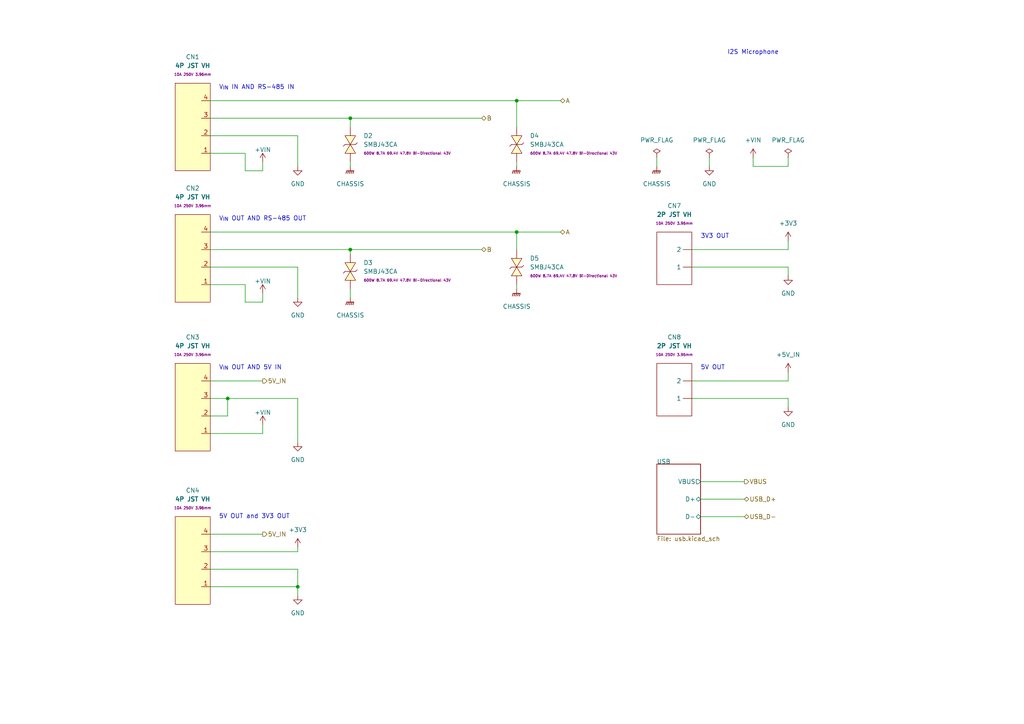
<source format=kicad_sch>
(kicad_sch (version 20231120) (generator "eeschema") (generator_version "8.0")
  (paper "A4")
  (lib_symbols
    (symbol "LiveAstra:D_TVS_BIDI_600W" (pin_numbers hide) (pin_names hide)
      (property "Reference" "D" (at 0 8.89 0))
      (property "Value" "SMBJ43CA" (at 0 6.35 0))
      (property "Extra Values" "600W 8.7A 69.4V 47.8V Bi-Directional 43V" (at 0 3.81 0))
      (symbol "D_TVS_BIDI_600W_0_1"
        (polyline (pts (xy 0 -1.52) (xy 0 1.52)))
        (polyline (pts (xy 0 -1.52) (xy 0.51 -2.03) (xy 0 -1.52)) (fill (type background)))
        (polyline (pts (xy 0 1.52) (xy -0.51 2.03) (xy 0 1.52)) (fill (type background)))
        (polyline (pts (xy -2.54 1.52) (xy 0 0) (xy -2.54 -1.52) (xy -2.54 1.52)) (fill (type background)))
        (polyline (pts (xy 2.54 1.52) (xy 0 0) (xy 2.54 -1.52) (xy 2.54 1.52)) (fill (type background)))
      )
      (symbol "D_TVS_BIDI_600W_1_1"
        (pin passive line (at -5.08 0 0) (length 2.54) (name "1") (number "1"))
        (pin passive line (at 5.08 0 180) (length 2.54) (name "2") (number "2"))
      )
    )
    (symbol "LiveAstra:JST_VH_2PIN_10A_250V" (pin_numbers hide)
      (property "Reference" "CN" (at 0 13.97 0))
      (property "Value" "2P JST VH" (at 0 11.43 0))
      (property "Extra Values" "10A 250V 3.96mm" (at 0 8.89 0))
      (symbol "JST_VH_2PIN_10A_250V_1_1"
        (rectangle (start -5.08 7.62) (end 5.08 -7.62))
        (pin passive line (at -5.08 2.54 0) (length 2.54) (name "1") (number "1"))
        (pin passive line (at -5.08 -2.54 0) (length 2.54) (name "2") (number "2"))
      )
    )
    (symbol "LiveAstra:JST_VH_4PIN_10A_250V" (pin_names hide)
      (property "Reference" "CN" (at 0 19.05 0))
      (property "Value" "4P JST VH" (at 0 16.51 0))
      (property "Extra Values" "10A 250V 3.96mm" (at 0 13.97 0))
      (symbol "JST_VH_4PIN_10A_250V_0_1"
        (rectangle (start -5.08 12.7) (end 5.08 -12.7) (fill (type background)))
      )
      (symbol "JST_VH_4PIN_10A_250V_1_1"
        (pin passive line (at -5.08 7.62 0) (length 2.54) (name "1") (number "1"))
        (pin passive line (at -5.08 2.54 0) (length 2.54) (name "2") (number "2"))
        (pin passive line (at -5.08 -2.54 0) (length 2.54) (name "3") (number "3"))
        (pin passive line (at -5.08 -7.62 0) (length 2.54) (name "4") (number "4"))
      )
    )
    (symbol "power:+3V3" (power) (pin_numbers hide) (pin_names (offset 0) hide)
      (property "Value" "+3V3" (at 0 3.556 0))
      (symbol "+3V3_0_1"
        (polyline (pts (xy -0.762 1.27) (xy 0 2.54)))
        (polyline (pts (xy 0 0) (xy 0 2.54)))
        (polyline (pts (xy 0 2.54) (xy 0.762 1.27)))
      )
      (symbol "+3V3_1_1"
        (pin power_in line (at 0 0 90) (length 0) (name "~") (number "1"))
      )
    )
    (symbol "power:+5V_IN" (power) (pin_numbers hide) (pin_names (offset 0) hide)
      (property "Value" "+5V_IN" (at 0 3.556 0))
      (symbol "+5V_IN_0_1"
        (polyline (pts (xy -0.762 1.27) (xy 0 2.54)))
        (polyline (pts (xy 0 0) (xy 0 2.54)))
        (polyline (pts (xy 0 2.54) (xy 0.762 1.27)))
      )
      (symbol "+5V_IN_1_1"
        (pin power_in line (at 0 0 90) (length 0) (name "~") (number "1"))
      )
    )
    (symbol "power:+VIN" (power) (pin_numbers hide) (pin_names (offset 0) hide)
      (property "Value" "+VIN" (at 0 3.556 0))
      (symbol "+VIN_0_1"
        (polyline (pts (xy -0.762 1.27) (xy 0 2.54)))
        (polyline (pts (xy 0 0) (xy 0 2.54)))
        (polyline (pts (xy 0 2.54) (xy 0.762 1.27)))
      )
      (symbol "+VIN_1_1"
        (pin power_in line (at 0 0 90) (length 0) (name "~") (number "1"))
      )
    )
    (symbol "power:CHASSIS" (power) (pin_numbers hide) (pin_names (offset 0) hide)
      (property "Value" "CHASSIS" (at 0 -3.302 0))
      (symbol "CHASSIS_0_1"
        (polyline (pts (xy 0 -1.27) (xy 0 0)))
        (polyline (pts (xy -1.016 -1.27) (xy -1.27 -2.032) (xy -1.27 -2.032)) (stroke (width 0.2032)))
        (polyline (pts (xy -0.508 -1.27) (xy -0.762 -2.032) (xy -0.762 -2.032)) (stroke (width 0.2032)))
        (polyline (pts (xy 0 -1.27) (xy -0.254 -2.032) (xy -0.254 -2.032)) (stroke (width 0.2032)))
        (polyline (pts (xy 0.508 -1.27) (xy 0.254 -2.032) (xy 0.254 -2.032)) (stroke (width 0.2032)))
        (polyline (pts (xy 1.016 -1.27) (xy -1.016 -1.27) (xy -1.016 -1.27)) (stroke (width 0.2032)))
        (polyline (pts (xy 1.016 -1.27) (xy 0.762 -2.032) (xy 0.762 -2.032) (xy 0.762 -2.032)) (stroke (width 0.2032)))
      )
      (symbol "CHASSIS_1_1"
        (pin power_in line (at 0 0 270) (length 0) (name "~") (number "1"))
      )
    )
    (symbol "power:GND" (power) (pin_numbers hide) (pin_names (offset 0) hide)
      (property "Value" "GND" (at 0 -3.81 0))
      (symbol "GND_0_1"
        (polyline (pts (xy 0 0) (xy 0 -1.27) (xy 1.27 -1.27) (xy 0 -2.54) (xy -1.27 -1.27) (xy 0 -1.27)))
      )
      (symbol "GND_1_1"
        (pin power_in line (at 0 0 270) (length 0) (name "~") (number "1"))
      )
    )
    (symbol "power:PWR_FLAG" (power) (pin_numbers hide) (pin_names (offset 0) hide)
      (property "Value" "PWR_FLAG" (at 0 3.81 0))
      (symbol "PWR_FLAG_0_0"
        (pin power_out line (at 0 0 90) (length 0) (name "~") (number "1"))
      )
      (symbol "PWR_FLAG_0_1"
        (polyline (pts (xy 0 0) (xy 0 1.27) (xy -1.016 1.905) (xy 0 2.54) (xy 1.016 1.905) (xy 0 1.27)))
      )
    )
  )
  (junction (at 149.86 67.31))
  (junction (at 66.04 115.57))
  (junction (at 101.6 34.29))
  (junction (at 101.6 72.39))
  (junction (at 86.36 170.18))
  (junction (at 149.86 29.21))
  (wire (pts (xy 60.96 165.1) (xy 86.36 165.1)))
  (wire (pts (xy 228.6 118.11) (xy 228.6 115.57)))
  (wire (pts (xy 66.04 115.57) (xy 86.36 115.57)))
  (wire (pts (xy 86.36 165.1) (xy 86.36 170.18)))
  (wire (pts (xy 162.56 29.21) (xy 149.86 29.21)))
  (wire (pts (xy 60.96 170.18) (xy 86.36 170.18)))
  (wire (pts (xy 228.6 69.85) (xy 228.6 72.39)))
  (wire (pts (xy 86.36 115.57) (xy 86.36 128.27)))
  (wire (pts (xy 66.04 120.65) (xy 66.04 115.57)))
  (wire (pts (xy 71.12 87.63) (xy 76.2 87.63)))
  (wire (pts (xy 86.36 77.47) (xy 86.36 86.36)))
  (wire (pts (xy 60.96 39.37) (xy 86.36 39.37)))
  (wire (pts (xy 71.12 82.55) (xy 60.96 82.55)))
  (wire (pts (xy 228.6 80.01) (xy 228.6 77.47)))
  (wire (pts (xy 60.96 110.49) (xy 76.2 110.49)))
  (wire (pts (xy 203.2 144.78) (xy 215.9 144.78)))
  (wire (pts (xy 86.36 39.37) (xy 86.36 48.26)))
  (wire (pts (xy 101.6 73.66) (xy 101.6 72.39)))
  (wire (pts (xy 76.2 123.19) (xy 76.2 125.73)))
  (wire (pts (xy 149.86 29.21) (xy 149.86 36.83)))
  (wire (pts (xy 60.96 154.94) (xy 76.2 154.94)))
  (wire (pts (xy 218.44 48.26) (xy 228.6 48.26)))
  (wire (pts (xy 228.6 48.26) (xy 228.6 45.72)))
  (wire (pts (xy 205.74 45.72) (xy 205.74 48.26)))
  (wire (pts (xy 60.96 115.57) (xy 66.04 115.57)))
  (wire (pts (xy 101.6 86.36) (xy 101.6 83.82)))
  (wire (pts (xy 76.2 49.53) (xy 76.2 46.99)))
  (wire (pts (xy 86.36 77.47) (xy 60.96 77.47)))
  (wire (pts (xy 60.96 34.29) (xy 101.6 34.29)))
  (wire (pts (xy 60.96 160.02) (xy 86.36 160.02)))
  (wire (pts (xy 203.2 139.7) (xy 215.9 139.7)))
  (wire (pts (xy 162.56 67.31) (xy 149.86 67.31)))
  (wire (pts (xy 86.36 170.18) (xy 86.36 172.72)))
  (wire (pts (xy 228.6 107.95) (xy 228.6 110.49)))
  (wire (pts (xy 149.86 48.26) (xy 149.86 46.99)))
  (wire (pts (xy 71.12 87.63) (xy 71.12 82.55)))
  (wire (pts (xy 60.96 72.39) (xy 101.6 72.39)))
  (wire (pts (xy 190.5 45.72) (xy 190.5 48.26)))
  (wire (pts (xy 101.6 36.83) (xy 101.6 34.29)))
  (wire (pts (xy 86.36 160.02) (xy 86.36 158.75)))
  (wire (pts (xy 60.96 67.31) (xy 149.86 67.31)))
  (wire (pts (xy 200.66 115.57) (xy 228.6 115.57)))
  (wire (pts (xy 200.66 72.39) (xy 228.6 72.39)))
  (wire (pts (xy 149.86 67.31) (xy 149.86 72.39)))
  (wire (pts (xy 60.96 29.21) (xy 149.86 29.21)))
  (wire (pts (xy 76.2 49.53) (xy 71.12 49.53)))
  (wire (pts (xy 200.66 77.47) (xy 228.6 77.47)))
  (wire (pts (xy 60.96 44.45) (xy 71.12 44.45)))
  (wire (pts (xy 71.12 49.53) (xy 71.12 44.45)))
  (wire (pts (xy 76.2 125.73) (xy 60.96 125.73)))
  (wire (pts (xy 218.44 48.26) (xy 218.44 45.72)))
  (wire (pts (xy 203.2 149.86) (xy 215.9 149.86)))
  (wire (pts (xy 200.66 110.49) (xy 228.6 110.49)))
  (wire (pts (xy 139.7 72.39) (xy 101.6 72.39)))
  (wire (pts (xy 101.6 48.26) (xy 101.6 46.99)))
  (wire (pts (xy 139.7 34.29) (xy 101.6 34.29)))
  (wire (pts (xy 149.86 83.82) (xy 149.86 82.55)))
  (wire (pts (xy 76.2 87.63) (xy 76.2 85.09)))
  (wire (pts (xy 60.96 120.65) (xy 66.04 120.65)))
  (text "V_{IN} OUT AND RS-485 OUT" (at 63.5 63.5 0) (effects (font (size 1.27 1.27)) (justify left)))
  (text "3V3 OUT" (at 203.2 68.58 0) (effects (font (size 1.27 1.27)) (justify left)))
  (text "5V OUT" (at 203.2 106.68 0) (effects (font (size 1.27 1.27)) (justify left)))
  (text "I2S Microphone" (at 218.44 15.24 0) (effects (font (size 1.27 1.27))))
  (text "V_{IN} OUT AND 5V IN" (at 63.5 106.68 0) (effects (font (size 1.27 1.27)) (justify left)))
  (text "V_{IN} IN AND RS-485 IN" (at 63.5 25.4 0) (effects (font (size 1.27 1.27)) (justify left)))
  (text "5V OUT and 3V3 OUT" (at 63.5 149.86 0) (effects (font (size 1.27 1.27)) (justify left)))
  (hierarchical_label "5V_IN" (shape output) (at 76.2 110.49 0))
  (hierarchical_label "B" (shape bidirectional) (at 139.7 34.29 0))
  (hierarchical_label "USB_D-" (shape bidirectional) (at 215.9 149.86 0))
  (hierarchical_label "A" (shape bidirectional) (at 162.56 29.21 0))
  (hierarchical_label "VBUS" (shape output) (at 215.9 139.7 0))
  (hierarchical_label "5V_IN" (shape output) (at 76.2 154.94 0))
  (hierarchical_label "B" (shape bidirectional) (at 139.7 72.39 0))
  (hierarchical_label "USB_D+" (shape bidirectional) (at 215.9 144.78 0))
  (hierarchical_label "A" (shape bidirectional) (at 162.56 67.31 0))
  (symbol (lib_id "power:PWR_FLAG") (at 228.6 45.72 0) (unit 1)
    (property "Reference" "#FLG04" (effects (hide yes)))
    (property "Value" "PWR_FLAG" (at 228.6 40.64 0))
    (property "Description" "Special symbol for telling ERC where power comes from" (effects (hide yes)))
  )
  (symbol (lib_id "power:CHASSIS") (at 101.6 48.26 0) (unit 1)
    (property "Reference" "#PWR037" (effects (hide yes)))
    (property "Value" "CHASSIS" (at 101.6 53.34 0))
    (property "Description" "Power symbol creates a global label with name \"CHASSIS\" , global ground" (effects (hide yes)))
  )
  (symbol (lib_id "power:+VIN") (at 76.2 46.99 0) (unit 1)
    (property "Reference" "#PWR029" (effects (hide yes)))
    (property "Value" "+VIN" (at 76.2 43.434 0))
    (property "Description" "Power symbol creates a global label with name \"+VIN\"" (effects (hide yes)))
  )
  (symbol (lib_id "LiveAstra:D_TVS_BIDI_600W") (at 149.86 77.47 90) (unit 1)
    (property "Reference" "D5" (at 153.67 74.9299 90) (effects (justify right)))
    (property "Value" "SMBJ43CA" (at 153.67 77.4699 90) (effects (justify right)))
    (property "Footprint" "LiveAstra:SMB_L4.6-W3.6-LS5.3-BI" (effects (hide yes)))
    (property "Datasheet" "https://lcsc.com/product-detail/TVS_FTR-SMBJ43CA_C707485.html" (effects (hide yes)))
    (property "Description" "Bidirectional Transient Voltage Suppressor" (effects (hide yes)))
    (property "LCSC Part" "C707485" (effects (hide yes)))
    (property "Extra Values" "600W 8.7A 69.4V 47.8V Bi-Directional 43V" (at 153.67 80.0099 90) (effects (font (size 0.762 0.762) (bold yes)) (justify right)))
  )
  (symbol (lib_id "power:PWR_FLAG") (at 205.74 45.72 0) (unit 1)
    (property "Reference" "#FLG03" (effects (hide yes)))
    (property "Value" "PWR_FLAG" (at 205.74 40.64 0))
    (property "Description" "Special symbol for telling ERC where power comes from" (effects (hide yes)))
  )
  (symbol (lib_id "power:GND") (at 86.36 86.36 0) (unit 1)
    (property "Reference" "#PWR033" (effects (hide yes)))
    (property "Value" "GND" (at 86.36 91.44 0))
    (property "Description" "Power symbol creates a global label with name \"GND\" , ground" (effects (hide yes)))
  )
  (symbol (lib_id "power:+5V_IN") (at 228.6 107.95 0) (unit 1)
    (property "Reference" "#PWR050" (effects (hide yes)))
    (property "Value" "+5V_IN" (at 228.6 102.87 0))
    (property "Description" "Power symbol creates a global label with name \"+5V_IN\"" (effects (hide yes)))
  )
  (symbol (lib_id "power:GND") (at 86.36 128.27 0) (unit 1)
    (property "Reference" "#PWR034" (effects (hide yes)))
    (property "Value" "GND" (at 86.36 133.35 0))
    (property "Description" "Power symbol creates a global label with name \"GND\" , ground" (effects (hide yes)))
  )
  (symbol (lib_id "power:+VIN") (at 76.2 85.09 0) (unit 1)
    (property "Reference" "#PWR030" (effects (hide yes)))
    (property "Value" "+VIN" (at 76.2 81.534 0))
    (property "Description" "Power symbol creates a global label with name \"+VIN\"" (effects (hide yes)))
  )
  (symbol (lib_id "LiveAstra:JST_VH_4PIN_10A_250V") (at 55.88 118.11 180) (unit 1)
    (property "Reference" "CN3" (at 55.88 97.79 0))
    (property "Value" "4P JST VH" (at 55.88 100.33 0) (effects (font (bold yes))))
    (property "Footprint" "LiveAstra:CONN-TH_B4P-VH-LF-SN" (effects (hide yes)))
    (property "Datasheet" "https://lcsc.com/product-detail/_JST_B4P-VH-LF-SN_B4P-VH-LF-SN_C160317.html" (effects (hide yes)))
    (property "Description" "VH CONNECTOR 3.96mm pitch/Disconnectable Crimp style connectors" (effects (hide yes)))
    (property "LCSC Part" "C160317" (effects (hide yes)))
    (property "Extra Values" "10A 250V 3.96mm" (at 55.88 102.87 0) (effects (font (size 0.762 0.762) (bold yes))))
  )
  (symbol (lib_id "LiveAstra:D_TVS_BIDI_600W") (at 101.6 78.74 90) (unit 1)
    (property "Reference" "D3" (at 105.41 76.1999 90) (effects (justify right)))
    (property "Value" "SMBJ43CA" (at 105.41 78.7399 90) (effects (justify right)))
    (property "Footprint" "LiveAstra:SMB_L4.6-W3.6-LS5.3-BI" (effects (hide yes)))
    (property "Datasheet" "https://lcsc.com/product-detail/TVS_FTR-SMBJ43CA_C707485.html" (effects (hide yes)))
    (property "Description" "Bidirectional Transient Voltage Suppressor" (effects (hide yes)))
    (property "LCSC Part" "C707485" (effects (hide yes)))
    (property "Extra Values" "600W 8.7A 69.4V 47.8V Bi-Directional 43V" (at 105.41 81.2799 90) (effects (font (size 0.762 0.762) (bold yes)) (justify right)))
  )
  (symbol (lib_id "LiveAstra:JST_VH_4PIN_10A_250V") (at 55.88 162.56 180) (unit 1)
    (property "Reference" "CN4" (at 55.88 142.24 0))
    (property "Value" "4P JST VH" (at 55.88 144.78 0) (effects (font (bold yes))))
    (property "Footprint" "LiveAstra:CONN-TH_B4P-VH-LF-SN" (effects (hide yes)))
    (property "Datasheet" "https://lcsc.com/product-detail/_JST_B4P-VH-LF-SN_B4P-VH-LF-SN_C160317.html" (effects (hide yes)))
    (property "Description" "VH CONNECTOR 3.96mm pitch/Disconnectable Crimp style connectors" (effects (hide yes)))
    (property "LCSC Part" "C160317" (effects (hide yes)))
    (property "Extra Values" "10A 250V 3.96mm" (at 55.88 147.32 0) (effects (font (size 0.762 0.762) (bold yes))))
  )
  (symbol (lib_id "LiveAstra:D_TVS_BIDI_600W") (at 101.6 41.91 90) (unit 1)
    (property "Reference" "D2" (at 105.41 39.3699 90) (effects (justify right)))
    (property "Value" "SMBJ43CA" (at 105.41 41.9099 90) (effects (justify right)))
    (property "Footprint" "LiveAstra:SMB_L4.6-W3.6-LS5.3-BI" (effects (hide yes)))
    (property "Datasheet" "https://lcsc.com/product-detail/TVS_FTR-SMBJ43CA_C707485.html" (effects (hide yes)))
    (property "Description" "Bidirectional Transient Voltage Suppressor" (effects (hide yes)))
    (property "LCSC Part" "C707485" (effects (hide yes)))
    (property "Extra Values" "600W 8.7A 69.4V 47.8V Bi-Directional 43V" (at 105.41 44.4499 90) (effects (font (size 0.762 0.762) (bold yes)) (justify right)))
  )
  (symbol (lib_id "power:+VIN") (at 76.2 123.19 0) (unit 1)
    (property "Reference" "#PWR031" (effects (hide yes)))
    (property "Value" "+VIN" (at 76.2 119.634 0))
    (property "Description" "Power symbol creates a global label with name \"+VIN\"" (effects (hide yes)))
  )
  (symbol (lib_id "power:+3V3") (at 86.36 158.75 0) (unit 1)
    (property "Reference" "#PWR035" (effects (hide yes)))
    (property "Value" "+3V3" (at 86.36 153.67 0))
    (property "Description" "Power symbol creates a global label with name \"+3V3\"" (effects (hide yes)))
  )
  (symbol (lib_id "LiveAstra:JST_VH_4PIN_10A_250V") (at 55.88 36.83 180) (unit 1)
    (property "Reference" "CN1" (at 55.88 16.51 0))
    (property "Value" "4P JST VH" (at 55.88 19.05 0) (effects (font (bold yes))))
    (property "Footprint" "LiveAstra:CONN-TH_B4P-VH-LF-SN" (effects (hide yes)))
    (property "Datasheet" "https://lcsc.com/product-detail/_JST_B4P-VH-LF-SN_B4P-VH-LF-SN_C160317.html" (effects (hide yes)))
    (property "Description" "VH CONNECTOR 3.96mm pitch/Disconnectable Crimp style connectors" (effects (hide yes)))
    (property "LCSC Part" "C160317" (effects (hide yes)))
    (property "Extra Values" "10A 250V 3.96mm" (at 55.88 21.59 0) (effects (font (size 0.762 0.762) (bold yes))))
  )
  (symbol (lib_id "power:GND") (at 205.74 48.26 0) (unit 1)
    (property "Reference" "#PWR046" (effects (hide yes)))
    (property "Value" "GND" (at 205.74 53.34 0))
    (property "Description" "Power symbol creates a global label with name \"GND\" , ground" (effects (hide yes)))
  )
  (symbol (lib_id "LiveAstra:JST_VH_4PIN_10A_250V") (at 55.88 74.93 180) (unit 1)
    (property "Reference" "CN2" (at 55.88 54.61 0))
    (property "Value" "4P JST VH" (at 55.88 57.15 0) (effects (font (bold yes))))
    (property "Footprint" "LiveAstra:CONN-TH_B4P-VH-LF-SN" (effects (hide yes)))
    (property "Datasheet" "https://lcsc.com/product-detail/_JST_B4P-VH-LF-SN_B4P-VH-LF-SN_C160317.html" (effects (hide yes)))
    (property "Description" "VH CONNECTOR 3.96mm pitch/Disconnectable Crimp style connectors" (effects (hide yes)))
    (property "LCSC Part" "C160317" (effects (hide yes)))
    (property "Extra Values" "10A 250V 3.96mm" (at 55.88 59.69 0) (effects (font (size 0.762 0.762) (bold yes))))
  )
  (symbol (lib_id "power:CHASSIS") (at 149.86 48.26 0) (unit 1)
    (property "Reference" "#PWR039" (effects (hide yes)))
    (property "Value" "CHASSIS" (at 149.86 53.34 0))
    (property "Description" "Power symbol creates a global label with name \"CHASSIS\" , global ground" (effects (hide yes)))
  )
  (symbol (lib_id "power:GND") (at 228.6 80.01 0) (unit 1)
    (property "Reference" "#PWR049" (effects (hide yes)))
    (property "Value" "GND" (at 228.6 85.09 0))
    (property "Description" "Power symbol creates a global label with name \"GND\" , ground" (effects (hide yes)))
  )
  (symbol (lib_id "power:CHASSIS") (at 149.86 83.82 0) (unit 1)
    (property "Reference" "#PWR040" (effects (hide yes)))
    (property "Value" "CHASSIS" (at 149.86 88.9 0))
    (property "Description" "Power symbol creates a global label with name \"CHASSIS\" , global ground" (effects (hide yes)))
  )
  (symbol (lib_id "power:GND") (at 86.36 48.26 0) (unit 1)
    (property "Reference" "#PWR032" (effects (hide yes)))
    (property "Value" "GND" (at 86.36 53.34 0))
    (property "Description" "Power symbol creates a global label with name \"GND\" , ground" (effects (hide yes)))
  )
  (symbol (lib_id "power:GND") (at 228.6 118.11 0) (unit 1)
    (property "Reference" "#PWR051" (effects (hide yes)))
    (property "Value" "GND" (at 228.6 123.19 0))
    (property "Description" "Power symbol creates a global label with name \"GND\" , ground" (effects (hide yes)))
  )
  (symbol (lib_id "LiveAstra:JST_VH_2PIN_10A_250V") (at 195.58 113.03 180) (unit 1)
    (property "Reference" "CN8" (at 195.58 97.79 0))
    (property "Value" "2P JST VH" (at 195.58 100.33 0) (effects (font (bold yes))))
    (property "Footprint" "LiveAstra:CONN-TH_B2P-VH-R" (effects (hide yes)))
    (property "Datasheet" "https://wmsc.lcsc.com/wmsc/upload/file/pdf/v2/lcsc/1912111437_JST-B2P-VH-R-LF-SN_C265357.pdf" (effects (hide yes)))
    (property "Description" "VH CONNECTOR 3.96mm pitch/Disconnectable Crimp style connectors" (effects (hide yes)))
    (property "LCSC Part" "C265357" (effects (hide yes)))
    (property "Extra Values" "10A 250V 3.96mm" (at 195.58 102.87 0) (effects (font (size 0.762 0.762) (bold yes))))
  )
  (symbol (lib_id "power:CHASSIS") (at 101.6 86.36 0) (unit 1)
    (property "Reference" "#PWR038" (effects (hide yes)))
    (property "Value" "CHASSIS" (at 101.6 91.44 0))
    (property "Description" "Power symbol creates a global label with name \"CHASSIS\" , global ground" (effects (hide yes)))
  )
  (symbol (lib_id "LiveAstra:D_TVS_BIDI_600W") (at 149.86 41.91 90) (unit 1)
    (property "Reference" "D4" (at 153.67 39.3699 90) (effects (justify right)))
    (property "Value" "SMBJ43CA" (at 153.67 41.9099 90) (effects (justify right)))
    (property "Footprint" "LiveAstra:SMB_L4.6-W3.6-LS5.3-BI" (effects (hide yes)))
    (property "Datasheet" "https://lcsc.com/product-detail/TVS_FTR-SMBJ43CA_C707485.html" (effects (hide yes)))
    (property "Description" "Bidirectional Transient Voltage Suppressor" (effects (hide yes)))
    (property "LCSC Part" "C707485" (effects (hide yes)))
    (property "Extra Values" "600W 8.7A 69.4V 47.8V Bi-Directional 43V" (at 153.67 44.4499 90) (effects (font (size 0.762 0.762) (bold yes)) (justify right)))
  )
  (symbol (lib_id "power:PWR_FLAG") (at 190.5 45.72 0) (unit 1)
    (property "Reference" "#FLG02" (effects (hide yes)))
    (property "Value" "PWR_FLAG" (at 190.5 40.64 0))
    (property "Description" "Special symbol for telling ERC where power comes from" (effects (hide yes)))
  )
  (symbol (lib_id "power:CHASSIS") (at 190.5 48.26 0) (unit 1)
    (property "Reference" "#PWR045" (effects (hide yes)))
    (property "Value" "CHASSIS" (at 190.5 53.34 0))
    (property "Description" "Power symbol creates a global label with name \"CHASSIS\" , global ground" (effects (hide yes)))
  )
  (symbol (lib_id "power:+VIN") (at 218.44 45.72 0) (unit 1)
    (property "Reference" "#PWR047" (effects (hide yes)))
    (property "Value" "+VIN" (at 218.44 40.64 0))
    (property "Description" "Power symbol creates a global label with name \"+VIN\"" (effects (hide yes)))
  )
  (symbol (lib_id "LiveAstra:JST_VH_2PIN_10A_250V") (at 195.58 74.93 180) (unit 1)
    (property "Reference" "CN7" (at 195.58 59.69 0))
    (property "Value" "2P JST VH" (at 195.58 62.23 0) (effects (font (bold yes))))
    (property "Footprint" "LiveAstra:CONN-TH_B2P-VH-R" (effects (hide yes)))
    (property "Datasheet" "https://wmsc.lcsc.com/wmsc/upload/file/pdf/v2/lcsc/1912111437_JST-B2P-VH-R-LF-SN_C265357.pdf" (effects (hide yes)))
    (property "Description" "VH CONNECTOR 3.96mm pitch/Disconnectable Crimp style connectors" (effects (hide yes)))
    (property "LCSC Part" "C265357" (effects (hide yes)))
    (property "Extra Values" "10A 250V 3.96mm" (at 195.58 64.77 0) (effects (font (size 0.762 0.762) (bold yes))))
  )
  (symbol (lib_id "power:+3V3") (at 228.6 69.85 0) (unit 1)
    (property "Reference" "#PWR048" (effects (hide yes)))
    (property "Value" "+3V3" (at 228.6 64.77 0))
    (property "Description" "Power symbol creates a global label with name \"+3V3\"" (effects (hide yes)))
  )
  (symbol (lib_id "power:GND") (at 86.36 172.72 0) (unit 1)
    (property "Reference" "#PWR036" (effects (hide yes)))
    (property "Value" "GND" (at 86.36 177.8 0))
    (property "Description" "Power symbol creates a global label with name \"GND\" , ground" (effects (hide yes)))
  )
  (sheet (at 190.5 134.62) (size 12.7 20.32) (stroke (width 0.1524))
    (property "Sheetname" "USB" (at 190.5 134.62 0) (effects (justify left bottom)))
    (property "Sheetfile" "usb.kicad_sch" (at 190.5 155.5246 0) (effects (justify left top)))
    (pin "VBUS" output (at 203.2 139.7 0))
    (pin "D+" bidirectional (at 203.2 144.78 0))
    (pin "D-" bidirectional (at 203.2 149.86 0))
  )
)
</source>
